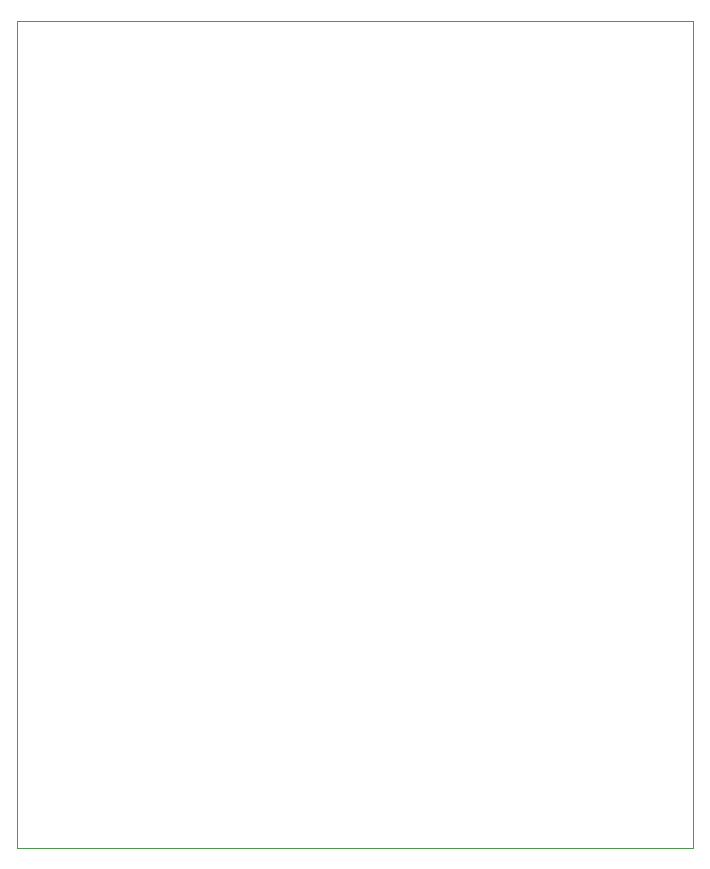
<source format=gbr>
%TF.GenerationSoftware,KiCad,Pcbnew,8.0.4*%
%TF.CreationDate,2024-11-14T19:13:44-05:00*%
%TF.ProjectId,ADS1299_Breakout_Board,41445331-3239-4395-9f42-7265616b6f75,rev?*%
%TF.SameCoordinates,Original*%
%TF.FileFunction,Profile,NP*%
%FSLAX46Y46*%
G04 Gerber Fmt 4.6, Leading zero omitted, Abs format (unit mm)*
G04 Created by KiCad (PCBNEW 8.0.4) date 2024-11-14 19:13:44*
%MOMM*%
%LPD*%
G01*
G04 APERTURE LIST*
%TA.AperFunction,Profile*%
%ADD10C,0.050000*%
%TD*%
G04 APERTURE END LIST*
D10*
X128800000Y-45000000D02*
X186000000Y-45000000D01*
X186000000Y-115000000D01*
X128800000Y-115000000D01*
X128800000Y-45000000D01*
M02*

</source>
